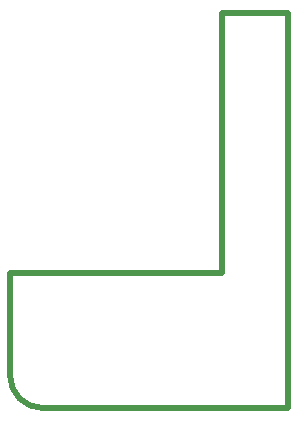
<source format=gbr>
G04 start of page 4 for group 6 idx 6 *
G04 Title: (unknown), outline *
G04 Creator: pcb 4.2.0 *
G04 CreationDate: Fri Mar 27 23:03:46 2020 UTC *
G04 For: blinken *
G04 Format: Gerber/RS-274X *
G04 PCB-Dimensions (mm): 65.00 56.00 *
G04 PCB-Coordinate-Origin: lower left *
%MOMM*%
%FSLAX43Y43*%
%LNOUTLINE*%
%ADD39C,0.500*%
G54D39*X3050Y22300D02*X23900D01*
X450Y25100D02*Y33700D01*
X18400D01*
X23950Y55750D02*Y22300D01*
X18400Y55750D02*Y39400D01*
Y39350D02*Y33700D01*
Y55750D02*X23950D01*
X450Y25050D02*G75*G03X3200Y22300I2750J0D01*G01*
M02*

</source>
